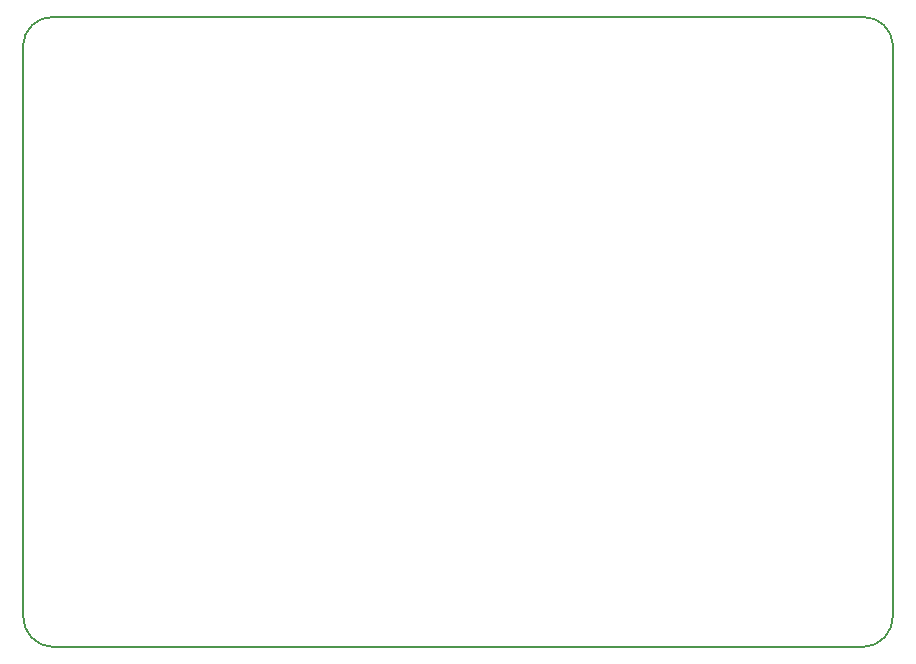
<source format=gko>
G04 Layer_Color=16711935*
%FSLAX44Y44*%
%MOMM*%
G71*
G01*
G75*
%ADD37C,0.2000*%
D37*
X0Y26670D02*
G03*
X25399Y0I26034J-636D01*
G01*
X25399Y533400D02*
G03*
X0Y509269I-661J-24737D01*
G01*
X736600Y509270D02*
G03*
X711200Y533400I-24765J-635D01*
G01*
Y0D02*
G03*
X736600Y26670I-635J26035D01*
G01*
X0Y26670D02*
Y509269D01*
X25399Y533400D02*
X711200D01*
X736600Y509270D02*
X736600Y26670D01*
X25399Y0D02*
X711200D01*
M02*

</source>
